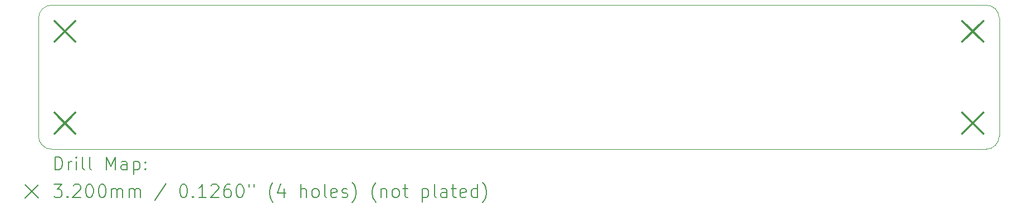
<source format=gbr>
%FSLAX45Y45*%
G04 Gerber Fmt 4.5, Leading zero omitted, Abs format (unit mm)*
G04 Created by KiCad (PCBNEW 6.0.4-6f826c9f35~116~ubuntu20.04.1) date 2022-04-30 10:36:40*
%MOMM*%
%LPD*%
G01*
G04 APERTURE LIST*
%TA.AperFunction,Profile*%
%ADD10C,0.100000*%
%TD*%
%ADD11C,0.200000*%
%ADD12C,0.320000*%
G04 APERTURE END LIST*
D10*
X20300000Y-5500000D02*
G75*
G03*
X20100000Y-5300000I-200000J0D01*
G01*
X20100000Y-7500000D02*
G75*
G03*
X20300000Y-7300000I0J200000D01*
G01*
X5700000Y-7300000D02*
G75*
G03*
X5900000Y-7500000I200000J0D01*
G01*
X5900000Y-5300000D02*
G75*
G03*
X5700000Y-5500000I0J-200000D01*
G01*
X5700000Y-7300000D02*
X5700000Y-5500000D01*
X20100000Y-7500000D02*
X5900000Y-7500000D01*
X20300000Y-5500000D02*
X20300000Y-7300000D01*
X5900000Y-5300000D02*
X20100000Y-5300000D01*
D11*
D12*
X5940000Y-5540000D02*
X6260000Y-5860000D01*
X6260000Y-5540000D02*
X5940000Y-5860000D01*
X5940000Y-6940000D02*
X6260000Y-7260000D01*
X6260000Y-6940000D02*
X5940000Y-7260000D01*
X19740000Y-5540000D02*
X20060000Y-5860000D01*
X20060000Y-5540000D02*
X19740000Y-5860000D01*
X19740000Y-6940000D02*
X20060000Y-7260000D01*
X20060000Y-6940000D02*
X19740000Y-7260000D01*
D11*
X5952619Y-7815476D02*
X5952619Y-7615476D01*
X6000238Y-7615476D01*
X6028809Y-7625000D01*
X6047857Y-7644048D01*
X6057381Y-7663095D01*
X6066905Y-7701190D01*
X6066905Y-7729762D01*
X6057381Y-7767857D01*
X6047857Y-7786905D01*
X6028809Y-7805952D01*
X6000238Y-7815476D01*
X5952619Y-7815476D01*
X6152619Y-7815476D02*
X6152619Y-7682143D01*
X6152619Y-7720238D02*
X6162143Y-7701190D01*
X6171667Y-7691667D01*
X6190714Y-7682143D01*
X6209762Y-7682143D01*
X6276428Y-7815476D02*
X6276428Y-7682143D01*
X6276428Y-7615476D02*
X6266905Y-7625000D01*
X6276428Y-7634524D01*
X6285952Y-7625000D01*
X6276428Y-7615476D01*
X6276428Y-7634524D01*
X6400238Y-7815476D02*
X6381190Y-7805952D01*
X6371667Y-7786905D01*
X6371667Y-7615476D01*
X6505000Y-7815476D02*
X6485952Y-7805952D01*
X6476428Y-7786905D01*
X6476428Y-7615476D01*
X6733571Y-7815476D02*
X6733571Y-7615476D01*
X6800238Y-7758333D01*
X6866905Y-7615476D01*
X6866905Y-7815476D01*
X7047857Y-7815476D02*
X7047857Y-7710714D01*
X7038333Y-7691667D01*
X7019286Y-7682143D01*
X6981190Y-7682143D01*
X6962143Y-7691667D01*
X7047857Y-7805952D02*
X7028809Y-7815476D01*
X6981190Y-7815476D01*
X6962143Y-7805952D01*
X6952619Y-7786905D01*
X6952619Y-7767857D01*
X6962143Y-7748809D01*
X6981190Y-7739286D01*
X7028809Y-7739286D01*
X7047857Y-7729762D01*
X7143095Y-7682143D02*
X7143095Y-7882143D01*
X7143095Y-7691667D02*
X7162143Y-7682143D01*
X7200238Y-7682143D01*
X7219286Y-7691667D01*
X7228809Y-7701190D01*
X7238333Y-7720238D01*
X7238333Y-7777381D01*
X7228809Y-7796428D01*
X7219286Y-7805952D01*
X7200238Y-7815476D01*
X7162143Y-7815476D01*
X7143095Y-7805952D01*
X7324048Y-7796428D02*
X7333571Y-7805952D01*
X7324048Y-7815476D01*
X7314524Y-7805952D01*
X7324048Y-7796428D01*
X7324048Y-7815476D01*
X7324048Y-7691667D02*
X7333571Y-7701190D01*
X7324048Y-7710714D01*
X7314524Y-7701190D01*
X7324048Y-7691667D01*
X7324048Y-7710714D01*
X5495000Y-8045000D02*
X5695000Y-8245000D01*
X5695000Y-8045000D02*
X5495000Y-8245000D01*
X5933571Y-8035476D02*
X6057381Y-8035476D01*
X5990714Y-8111667D01*
X6019286Y-8111667D01*
X6038333Y-8121190D01*
X6047857Y-8130714D01*
X6057381Y-8149762D01*
X6057381Y-8197381D01*
X6047857Y-8216428D01*
X6038333Y-8225952D01*
X6019286Y-8235476D01*
X5962143Y-8235476D01*
X5943095Y-8225952D01*
X5933571Y-8216428D01*
X6143095Y-8216428D02*
X6152619Y-8225952D01*
X6143095Y-8235476D01*
X6133571Y-8225952D01*
X6143095Y-8216428D01*
X6143095Y-8235476D01*
X6228809Y-8054524D02*
X6238333Y-8045000D01*
X6257381Y-8035476D01*
X6305000Y-8035476D01*
X6324048Y-8045000D01*
X6333571Y-8054524D01*
X6343095Y-8073571D01*
X6343095Y-8092619D01*
X6333571Y-8121190D01*
X6219286Y-8235476D01*
X6343095Y-8235476D01*
X6466905Y-8035476D02*
X6485952Y-8035476D01*
X6505000Y-8045000D01*
X6514524Y-8054524D01*
X6524048Y-8073571D01*
X6533571Y-8111667D01*
X6533571Y-8159286D01*
X6524048Y-8197381D01*
X6514524Y-8216428D01*
X6505000Y-8225952D01*
X6485952Y-8235476D01*
X6466905Y-8235476D01*
X6447857Y-8225952D01*
X6438333Y-8216428D01*
X6428809Y-8197381D01*
X6419286Y-8159286D01*
X6419286Y-8111667D01*
X6428809Y-8073571D01*
X6438333Y-8054524D01*
X6447857Y-8045000D01*
X6466905Y-8035476D01*
X6657381Y-8035476D02*
X6676428Y-8035476D01*
X6695476Y-8045000D01*
X6705000Y-8054524D01*
X6714524Y-8073571D01*
X6724048Y-8111667D01*
X6724048Y-8159286D01*
X6714524Y-8197381D01*
X6705000Y-8216428D01*
X6695476Y-8225952D01*
X6676428Y-8235476D01*
X6657381Y-8235476D01*
X6638333Y-8225952D01*
X6628809Y-8216428D01*
X6619286Y-8197381D01*
X6609762Y-8159286D01*
X6609762Y-8111667D01*
X6619286Y-8073571D01*
X6628809Y-8054524D01*
X6638333Y-8045000D01*
X6657381Y-8035476D01*
X6809762Y-8235476D02*
X6809762Y-8102143D01*
X6809762Y-8121190D02*
X6819286Y-8111667D01*
X6838333Y-8102143D01*
X6866905Y-8102143D01*
X6885952Y-8111667D01*
X6895476Y-8130714D01*
X6895476Y-8235476D01*
X6895476Y-8130714D02*
X6905000Y-8111667D01*
X6924048Y-8102143D01*
X6952619Y-8102143D01*
X6971667Y-8111667D01*
X6981190Y-8130714D01*
X6981190Y-8235476D01*
X7076428Y-8235476D02*
X7076428Y-8102143D01*
X7076428Y-8121190D02*
X7085952Y-8111667D01*
X7105000Y-8102143D01*
X7133571Y-8102143D01*
X7152619Y-8111667D01*
X7162143Y-8130714D01*
X7162143Y-8235476D01*
X7162143Y-8130714D02*
X7171667Y-8111667D01*
X7190714Y-8102143D01*
X7219286Y-8102143D01*
X7238333Y-8111667D01*
X7247857Y-8130714D01*
X7247857Y-8235476D01*
X7638333Y-8025952D02*
X7466905Y-8283095D01*
X7895476Y-8035476D02*
X7914524Y-8035476D01*
X7933571Y-8045000D01*
X7943095Y-8054524D01*
X7952619Y-8073571D01*
X7962143Y-8111667D01*
X7962143Y-8159286D01*
X7952619Y-8197381D01*
X7943095Y-8216428D01*
X7933571Y-8225952D01*
X7914524Y-8235476D01*
X7895476Y-8235476D01*
X7876428Y-8225952D01*
X7866905Y-8216428D01*
X7857381Y-8197381D01*
X7847857Y-8159286D01*
X7847857Y-8111667D01*
X7857381Y-8073571D01*
X7866905Y-8054524D01*
X7876428Y-8045000D01*
X7895476Y-8035476D01*
X8047857Y-8216428D02*
X8057381Y-8225952D01*
X8047857Y-8235476D01*
X8038333Y-8225952D01*
X8047857Y-8216428D01*
X8047857Y-8235476D01*
X8247857Y-8235476D02*
X8133571Y-8235476D01*
X8190714Y-8235476D02*
X8190714Y-8035476D01*
X8171667Y-8064048D01*
X8152619Y-8083095D01*
X8133571Y-8092619D01*
X8324048Y-8054524D02*
X8333571Y-8045000D01*
X8352619Y-8035476D01*
X8400238Y-8035476D01*
X8419286Y-8045000D01*
X8428810Y-8054524D01*
X8438333Y-8073571D01*
X8438333Y-8092619D01*
X8428810Y-8121190D01*
X8314524Y-8235476D01*
X8438333Y-8235476D01*
X8609762Y-8035476D02*
X8571667Y-8035476D01*
X8552619Y-8045000D01*
X8543095Y-8054524D01*
X8524048Y-8083095D01*
X8514524Y-8121190D01*
X8514524Y-8197381D01*
X8524048Y-8216428D01*
X8533571Y-8225952D01*
X8552619Y-8235476D01*
X8590714Y-8235476D01*
X8609762Y-8225952D01*
X8619286Y-8216428D01*
X8628810Y-8197381D01*
X8628810Y-8149762D01*
X8619286Y-8130714D01*
X8609762Y-8121190D01*
X8590714Y-8111667D01*
X8552619Y-8111667D01*
X8533571Y-8121190D01*
X8524048Y-8130714D01*
X8514524Y-8149762D01*
X8752619Y-8035476D02*
X8771667Y-8035476D01*
X8790714Y-8045000D01*
X8800238Y-8054524D01*
X8809762Y-8073571D01*
X8819286Y-8111667D01*
X8819286Y-8159286D01*
X8809762Y-8197381D01*
X8800238Y-8216428D01*
X8790714Y-8225952D01*
X8771667Y-8235476D01*
X8752619Y-8235476D01*
X8733571Y-8225952D01*
X8724048Y-8216428D01*
X8714524Y-8197381D01*
X8705000Y-8159286D01*
X8705000Y-8111667D01*
X8714524Y-8073571D01*
X8724048Y-8054524D01*
X8733571Y-8045000D01*
X8752619Y-8035476D01*
X8895476Y-8035476D02*
X8895476Y-8073571D01*
X8971667Y-8035476D02*
X8971667Y-8073571D01*
X9266905Y-8311667D02*
X9257381Y-8302143D01*
X9238333Y-8273571D01*
X9228810Y-8254524D01*
X9219286Y-8225952D01*
X9209762Y-8178333D01*
X9209762Y-8140238D01*
X9219286Y-8092619D01*
X9228810Y-8064048D01*
X9238333Y-8045000D01*
X9257381Y-8016428D01*
X9266905Y-8006905D01*
X9428810Y-8102143D02*
X9428810Y-8235476D01*
X9381190Y-8025952D02*
X9333571Y-8168809D01*
X9457381Y-8168809D01*
X9685952Y-8235476D02*
X9685952Y-8035476D01*
X9771667Y-8235476D02*
X9771667Y-8130714D01*
X9762143Y-8111667D01*
X9743095Y-8102143D01*
X9714524Y-8102143D01*
X9695476Y-8111667D01*
X9685952Y-8121190D01*
X9895476Y-8235476D02*
X9876429Y-8225952D01*
X9866905Y-8216428D01*
X9857381Y-8197381D01*
X9857381Y-8140238D01*
X9866905Y-8121190D01*
X9876429Y-8111667D01*
X9895476Y-8102143D01*
X9924048Y-8102143D01*
X9943095Y-8111667D01*
X9952619Y-8121190D01*
X9962143Y-8140238D01*
X9962143Y-8197381D01*
X9952619Y-8216428D01*
X9943095Y-8225952D01*
X9924048Y-8235476D01*
X9895476Y-8235476D01*
X10076429Y-8235476D02*
X10057381Y-8225952D01*
X10047857Y-8206905D01*
X10047857Y-8035476D01*
X10228810Y-8225952D02*
X10209762Y-8235476D01*
X10171667Y-8235476D01*
X10152619Y-8225952D01*
X10143095Y-8206905D01*
X10143095Y-8130714D01*
X10152619Y-8111667D01*
X10171667Y-8102143D01*
X10209762Y-8102143D01*
X10228810Y-8111667D01*
X10238333Y-8130714D01*
X10238333Y-8149762D01*
X10143095Y-8168809D01*
X10314524Y-8225952D02*
X10333571Y-8235476D01*
X10371667Y-8235476D01*
X10390714Y-8225952D01*
X10400238Y-8206905D01*
X10400238Y-8197381D01*
X10390714Y-8178333D01*
X10371667Y-8168809D01*
X10343095Y-8168809D01*
X10324048Y-8159286D01*
X10314524Y-8140238D01*
X10314524Y-8130714D01*
X10324048Y-8111667D01*
X10343095Y-8102143D01*
X10371667Y-8102143D01*
X10390714Y-8111667D01*
X10466905Y-8311667D02*
X10476429Y-8302143D01*
X10495476Y-8273571D01*
X10505000Y-8254524D01*
X10514524Y-8225952D01*
X10524048Y-8178333D01*
X10524048Y-8140238D01*
X10514524Y-8092619D01*
X10505000Y-8064048D01*
X10495476Y-8045000D01*
X10476429Y-8016428D01*
X10466905Y-8006905D01*
X10828810Y-8311667D02*
X10819286Y-8302143D01*
X10800238Y-8273571D01*
X10790714Y-8254524D01*
X10781190Y-8225952D01*
X10771667Y-8178333D01*
X10771667Y-8140238D01*
X10781190Y-8092619D01*
X10790714Y-8064048D01*
X10800238Y-8045000D01*
X10819286Y-8016428D01*
X10828810Y-8006905D01*
X10905000Y-8102143D02*
X10905000Y-8235476D01*
X10905000Y-8121190D02*
X10914524Y-8111667D01*
X10933571Y-8102143D01*
X10962143Y-8102143D01*
X10981190Y-8111667D01*
X10990714Y-8130714D01*
X10990714Y-8235476D01*
X11114524Y-8235476D02*
X11095476Y-8225952D01*
X11085952Y-8216428D01*
X11076429Y-8197381D01*
X11076429Y-8140238D01*
X11085952Y-8121190D01*
X11095476Y-8111667D01*
X11114524Y-8102143D01*
X11143095Y-8102143D01*
X11162143Y-8111667D01*
X11171667Y-8121190D01*
X11181190Y-8140238D01*
X11181190Y-8197381D01*
X11171667Y-8216428D01*
X11162143Y-8225952D01*
X11143095Y-8235476D01*
X11114524Y-8235476D01*
X11238333Y-8102143D02*
X11314524Y-8102143D01*
X11266905Y-8035476D02*
X11266905Y-8206905D01*
X11276428Y-8225952D01*
X11295476Y-8235476D01*
X11314524Y-8235476D01*
X11533571Y-8102143D02*
X11533571Y-8302143D01*
X11533571Y-8111667D02*
X11552619Y-8102143D01*
X11590714Y-8102143D01*
X11609762Y-8111667D01*
X11619286Y-8121190D01*
X11628809Y-8140238D01*
X11628809Y-8197381D01*
X11619286Y-8216428D01*
X11609762Y-8225952D01*
X11590714Y-8235476D01*
X11552619Y-8235476D01*
X11533571Y-8225952D01*
X11743095Y-8235476D02*
X11724048Y-8225952D01*
X11714524Y-8206905D01*
X11714524Y-8035476D01*
X11905000Y-8235476D02*
X11905000Y-8130714D01*
X11895476Y-8111667D01*
X11876428Y-8102143D01*
X11838333Y-8102143D01*
X11819286Y-8111667D01*
X11905000Y-8225952D02*
X11885952Y-8235476D01*
X11838333Y-8235476D01*
X11819286Y-8225952D01*
X11809762Y-8206905D01*
X11809762Y-8187857D01*
X11819286Y-8168809D01*
X11838333Y-8159286D01*
X11885952Y-8159286D01*
X11905000Y-8149762D01*
X11971667Y-8102143D02*
X12047857Y-8102143D01*
X12000238Y-8035476D02*
X12000238Y-8206905D01*
X12009762Y-8225952D01*
X12028809Y-8235476D01*
X12047857Y-8235476D01*
X12190714Y-8225952D02*
X12171667Y-8235476D01*
X12133571Y-8235476D01*
X12114524Y-8225952D01*
X12105000Y-8206905D01*
X12105000Y-8130714D01*
X12114524Y-8111667D01*
X12133571Y-8102143D01*
X12171667Y-8102143D01*
X12190714Y-8111667D01*
X12200238Y-8130714D01*
X12200238Y-8149762D01*
X12105000Y-8168809D01*
X12371667Y-8235476D02*
X12371667Y-8035476D01*
X12371667Y-8225952D02*
X12352619Y-8235476D01*
X12314524Y-8235476D01*
X12295476Y-8225952D01*
X12285952Y-8216428D01*
X12276428Y-8197381D01*
X12276428Y-8140238D01*
X12285952Y-8121190D01*
X12295476Y-8111667D01*
X12314524Y-8102143D01*
X12352619Y-8102143D01*
X12371667Y-8111667D01*
X12447857Y-8311667D02*
X12457381Y-8302143D01*
X12476428Y-8273571D01*
X12485952Y-8254524D01*
X12495476Y-8225952D01*
X12505000Y-8178333D01*
X12505000Y-8140238D01*
X12495476Y-8092619D01*
X12485952Y-8064048D01*
X12476428Y-8045000D01*
X12457381Y-8016428D01*
X12447857Y-8006905D01*
M02*

</source>
